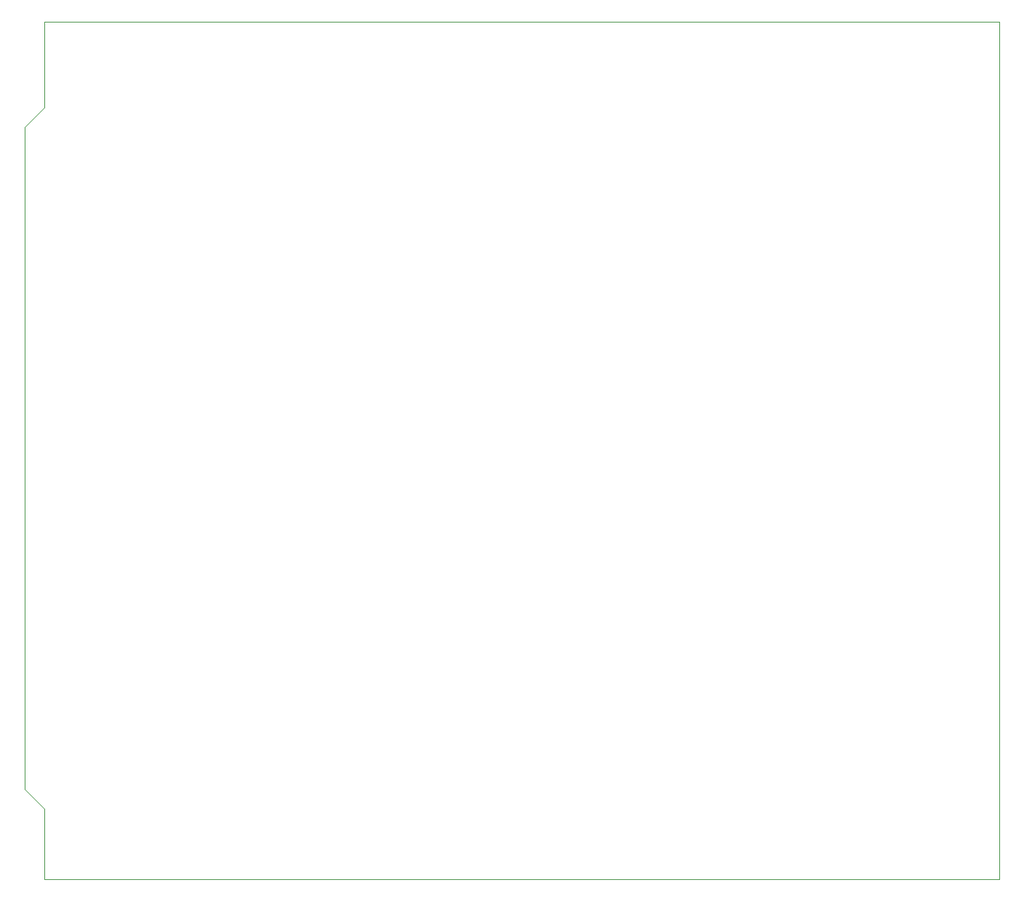
<source format=gm1>
G04*
G04 #@! TF.GenerationSoftware,Altium Limited,Altium Designer,21.5.1 (32)*
G04*
G04 Layer_Color=16711935*
%FSLAX25Y25*%
%MOIN*%
G70*
G04*
G04 #@! TF.SameCoordinates,40A1BE61-9D6D-4511-9C65-2EA0C261B3BE*
G04*
G04*
G04 #@! TF.FilePolarity,Positive*
G04*
G01*
G75*
%ADD14C,0.00394*%
D14*
X-9055Y41339D02*
X-0Y32283D01*
Y-0D02*
Y32283D01*
Y-0D02*
X437992D01*
X-0Y393701D02*
X437992D01*
Y-0D02*
Y393701D01*
X-9055Y41339D02*
Y345177D01*
X-0Y354232D01*
Y393701D01*
M02*

</source>
